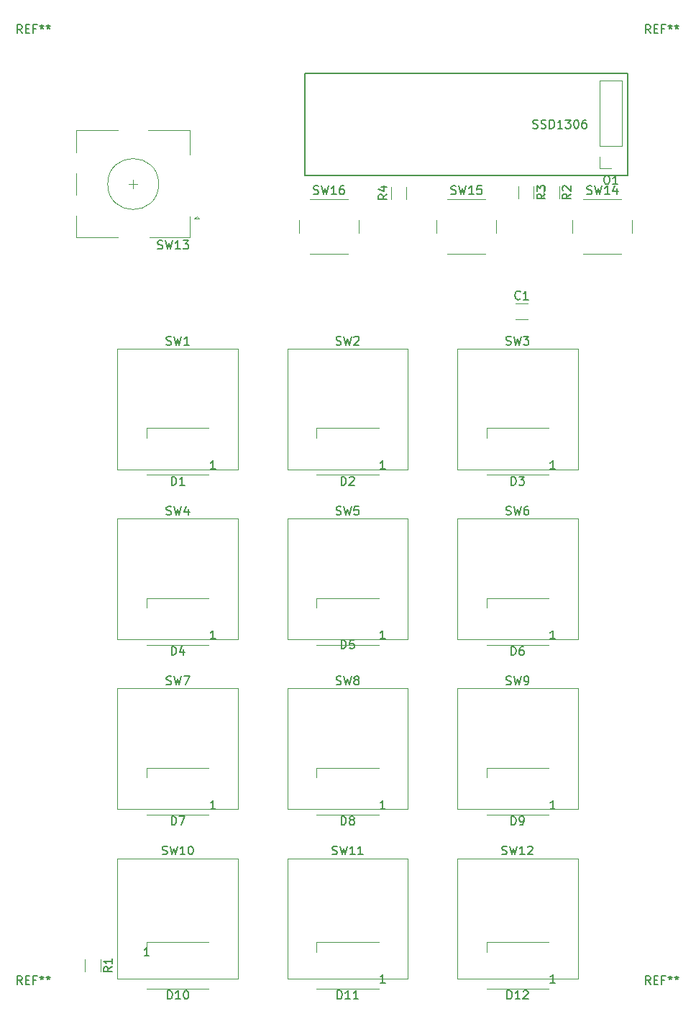
<source format=gbr>
%TF.GenerationSoftware,KiCad,Pcbnew,(6.0.1)*%
%TF.CreationDate,2023-01-12T10:24:06+01:00*%
%TF.ProjectId,MacroPad,4d616372-6f50-4616-942e-6b696361645f,rev?*%
%TF.SameCoordinates,Original*%
%TF.FileFunction,Legend,Top*%
%TF.FilePolarity,Positive*%
%FSLAX46Y46*%
G04 Gerber Fmt 4.6, Leading zero omitted, Abs format (unit mm)*
G04 Created by KiCad (PCBNEW (6.0.1)) date 2023-01-12 10:24:06*
%MOMM*%
%LPD*%
G01*
G04 APERTURE LIST*
%ADD10C,0.150000*%
%ADD11C,0.120000*%
G04 APERTURE END LIST*
D10*
X126000000Y-48000000D02*
X126000000Y-60000000D01*
X164000000Y-48000000D02*
X126000000Y-48000000D01*
X126000000Y-60000000D02*
X164000000Y-60000000D01*
X164000000Y-60000000D02*
X164000000Y-48000000D01*
%TO.C,D5*%
X130261904Y-115702380D02*
X130261904Y-114702380D01*
X130500000Y-114702380D01*
X130642857Y-114750000D01*
X130738095Y-114845238D01*
X130785714Y-114940476D01*
X130833333Y-115130952D01*
X130833333Y-115273809D01*
X130785714Y-115464285D01*
X130738095Y-115559523D01*
X130642857Y-115654761D01*
X130500000Y-115702380D01*
X130261904Y-115702380D01*
X131738095Y-114702380D02*
X131261904Y-114702380D01*
X131214285Y-115178571D01*
X131261904Y-115130952D01*
X131357142Y-115083333D01*
X131595238Y-115083333D01*
X131690476Y-115130952D01*
X131738095Y-115178571D01*
X131785714Y-115273809D01*
X131785714Y-115511904D01*
X131738095Y-115607142D01*
X131690476Y-115654761D01*
X131595238Y-115702380D01*
X131357142Y-115702380D01*
X131261904Y-115654761D01*
X131214285Y-115607142D01*
X135435714Y-114552380D02*
X134864285Y-114552380D01*
X135150000Y-114552380D02*
X135150000Y-113552380D01*
X135054761Y-113695238D01*
X134959523Y-113790476D01*
X134864285Y-113838095D01*
%TO.C,REF\u002A\u002A*%
X92666666Y-43252380D02*
X92333333Y-42776190D01*
X92095238Y-43252380D02*
X92095238Y-42252380D01*
X92476190Y-42252380D01*
X92571428Y-42300000D01*
X92619047Y-42347619D01*
X92666666Y-42442857D01*
X92666666Y-42585714D01*
X92619047Y-42680952D01*
X92571428Y-42728571D01*
X92476190Y-42776190D01*
X92095238Y-42776190D01*
X93095238Y-42728571D02*
X93428571Y-42728571D01*
X93571428Y-43252380D02*
X93095238Y-43252380D01*
X93095238Y-42252380D01*
X93571428Y-42252380D01*
X94333333Y-42728571D02*
X94000000Y-42728571D01*
X94000000Y-43252380D02*
X94000000Y-42252380D01*
X94476190Y-42252380D01*
X95000000Y-42252380D02*
X95000000Y-42490476D01*
X94761904Y-42395238D02*
X95000000Y-42490476D01*
X95238095Y-42395238D01*
X94857142Y-42680952D02*
X95000000Y-42490476D01*
X95142857Y-42680952D01*
X95761904Y-42252380D02*
X95761904Y-42490476D01*
X95523809Y-42395238D02*
X95761904Y-42490476D01*
X96000000Y-42395238D01*
X95619047Y-42680952D02*
X95761904Y-42490476D01*
X95904761Y-42680952D01*
%TO.C,D1*%
X110261904Y-96452380D02*
X110261904Y-95452380D01*
X110500000Y-95452380D01*
X110642857Y-95500000D01*
X110738095Y-95595238D01*
X110785714Y-95690476D01*
X110833333Y-95880952D01*
X110833333Y-96023809D01*
X110785714Y-96214285D01*
X110738095Y-96309523D01*
X110642857Y-96404761D01*
X110500000Y-96452380D01*
X110261904Y-96452380D01*
X111785714Y-96452380D02*
X111214285Y-96452380D01*
X111500000Y-96452380D02*
X111500000Y-95452380D01*
X111404761Y-95595238D01*
X111309523Y-95690476D01*
X111214285Y-95738095D01*
X115435714Y-94552380D02*
X114864285Y-94552380D01*
X115150000Y-94552380D02*
X115150000Y-93552380D01*
X115054761Y-93695238D01*
X114959523Y-93790476D01*
X114864285Y-93838095D01*
%TO.C,REF\u002A\u002A*%
X92666666Y-155252380D02*
X92333333Y-154776190D01*
X92095238Y-155252380D02*
X92095238Y-154252380D01*
X92476190Y-154252380D01*
X92571428Y-154300000D01*
X92619047Y-154347619D01*
X92666666Y-154442857D01*
X92666666Y-154585714D01*
X92619047Y-154680952D01*
X92571428Y-154728571D01*
X92476190Y-154776190D01*
X92095238Y-154776190D01*
X93095238Y-154728571D02*
X93428571Y-154728571D01*
X93571428Y-155252380D02*
X93095238Y-155252380D01*
X93095238Y-154252380D01*
X93571428Y-154252380D01*
X94333333Y-154728571D02*
X94000000Y-154728571D01*
X94000000Y-155252380D02*
X94000000Y-154252380D01*
X94476190Y-154252380D01*
X95000000Y-154252380D02*
X95000000Y-154490476D01*
X94761904Y-154395238D02*
X95000000Y-154490476D01*
X95238095Y-154395238D01*
X94857142Y-154680952D02*
X95000000Y-154490476D01*
X95142857Y-154680952D01*
X95761904Y-154252380D02*
X95761904Y-154490476D01*
X95523809Y-154395238D02*
X95761904Y-154490476D01*
X96000000Y-154395238D01*
X95619047Y-154680952D02*
X95761904Y-154490476D01*
X95904761Y-154680952D01*
%TO.C,R2*%
X157272380Y-62166666D02*
X156796190Y-62500000D01*
X157272380Y-62738095D02*
X156272380Y-62738095D01*
X156272380Y-62357142D01*
X156320000Y-62261904D01*
X156367619Y-62214285D01*
X156462857Y-62166666D01*
X156605714Y-62166666D01*
X156700952Y-62214285D01*
X156748571Y-62261904D01*
X156796190Y-62357142D01*
X156796190Y-62738095D01*
X156367619Y-61785714D02*
X156320000Y-61738095D01*
X156272380Y-61642857D01*
X156272380Y-61404761D01*
X156320000Y-61309523D01*
X156367619Y-61261904D01*
X156462857Y-61214285D01*
X156558095Y-61214285D01*
X156700952Y-61261904D01*
X157272380Y-61833333D01*
X157272380Y-61214285D01*
%TO.C,SW2*%
X129666666Y-79904761D02*
X129809523Y-79952380D01*
X130047619Y-79952380D01*
X130142857Y-79904761D01*
X130190476Y-79857142D01*
X130238095Y-79761904D01*
X130238095Y-79666666D01*
X130190476Y-79571428D01*
X130142857Y-79523809D01*
X130047619Y-79476190D01*
X129857142Y-79428571D01*
X129761904Y-79380952D01*
X129714285Y-79333333D01*
X129666666Y-79238095D01*
X129666666Y-79142857D01*
X129714285Y-79047619D01*
X129761904Y-79000000D01*
X129857142Y-78952380D01*
X130095238Y-78952380D01*
X130238095Y-79000000D01*
X130571428Y-78952380D02*
X130809523Y-79952380D01*
X131000000Y-79238095D01*
X131190476Y-79952380D01*
X131428571Y-78952380D01*
X131761904Y-79047619D02*
X131809523Y-79000000D01*
X131904761Y-78952380D01*
X132142857Y-78952380D01*
X132238095Y-79000000D01*
X132285714Y-79047619D01*
X132333333Y-79142857D01*
X132333333Y-79238095D01*
X132285714Y-79380952D01*
X131714285Y-79952380D01*
X132333333Y-79952380D01*
%TO.C,SW1*%
X109666666Y-79904761D02*
X109809523Y-79952380D01*
X110047619Y-79952380D01*
X110142857Y-79904761D01*
X110190476Y-79857142D01*
X110238095Y-79761904D01*
X110238095Y-79666666D01*
X110190476Y-79571428D01*
X110142857Y-79523809D01*
X110047619Y-79476190D01*
X109857142Y-79428571D01*
X109761904Y-79380952D01*
X109714285Y-79333333D01*
X109666666Y-79238095D01*
X109666666Y-79142857D01*
X109714285Y-79047619D01*
X109761904Y-79000000D01*
X109857142Y-78952380D01*
X110095238Y-78952380D01*
X110238095Y-79000000D01*
X110571428Y-78952380D02*
X110809523Y-79952380D01*
X111000000Y-79238095D01*
X111190476Y-79952380D01*
X111428571Y-78952380D01*
X112333333Y-79952380D02*
X111761904Y-79952380D01*
X112047619Y-79952380D02*
X112047619Y-78952380D01*
X111952380Y-79095238D01*
X111857142Y-79190476D01*
X111761904Y-79238095D01*
%TO.C,D6*%
X150261904Y-116452380D02*
X150261904Y-115452380D01*
X150500000Y-115452380D01*
X150642857Y-115500000D01*
X150738095Y-115595238D01*
X150785714Y-115690476D01*
X150833333Y-115880952D01*
X150833333Y-116023809D01*
X150785714Y-116214285D01*
X150738095Y-116309523D01*
X150642857Y-116404761D01*
X150500000Y-116452380D01*
X150261904Y-116452380D01*
X151690476Y-115452380D02*
X151500000Y-115452380D01*
X151404761Y-115500000D01*
X151357142Y-115547619D01*
X151261904Y-115690476D01*
X151214285Y-115880952D01*
X151214285Y-116261904D01*
X151261904Y-116357142D01*
X151309523Y-116404761D01*
X151404761Y-116452380D01*
X151595238Y-116452380D01*
X151690476Y-116404761D01*
X151738095Y-116357142D01*
X151785714Y-116261904D01*
X151785714Y-116023809D01*
X151738095Y-115928571D01*
X151690476Y-115880952D01*
X151595238Y-115833333D01*
X151404761Y-115833333D01*
X151309523Y-115880952D01*
X151261904Y-115928571D01*
X151214285Y-116023809D01*
X155435714Y-114552380D02*
X154864285Y-114552380D01*
X155150000Y-114552380D02*
X155150000Y-113552380D01*
X155054761Y-113695238D01*
X154959523Y-113790476D01*
X154864285Y-113838095D01*
%TO.C,SW8*%
X129666666Y-119904761D02*
X129809523Y-119952380D01*
X130047619Y-119952380D01*
X130142857Y-119904761D01*
X130190476Y-119857142D01*
X130238095Y-119761904D01*
X130238095Y-119666666D01*
X130190476Y-119571428D01*
X130142857Y-119523809D01*
X130047619Y-119476190D01*
X129857142Y-119428571D01*
X129761904Y-119380952D01*
X129714285Y-119333333D01*
X129666666Y-119238095D01*
X129666666Y-119142857D01*
X129714285Y-119047619D01*
X129761904Y-119000000D01*
X129857142Y-118952380D01*
X130095238Y-118952380D01*
X130238095Y-119000000D01*
X130571428Y-118952380D02*
X130809523Y-119952380D01*
X131000000Y-119238095D01*
X131190476Y-119952380D01*
X131428571Y-118952380D01*
X131952380Y-119380952D02*
X131857142Y-119333333D01*
X131809523Y-119285714D01*
X131761904Y-119190476D01*
X131761904Y-119142857D01*
X131809523Y-119047619D01*
X131857142Y-119000000D01*
X131952380Y-118952380D01*
X132142857Y-118952380D01*
X132238095Y-119000000D01*
X132285714Y-119047619D01*
X132333333Y-119142857D01*
X132333333Y-119190476D01*
X132285714Y-119285714D01*
X132238095Y-119333333D01*
X132142857Y-119380952D01*
X131952380Y-119380952D01*
X131857142Y-119428571D01*
X131809523Y-119476190D01*
X131761904Y-119571428D01*
X131761904Y-119761904D01*
X131809523Y-119857142D01*
X131857142Y-119904761D01*
X131952380Y-119952380D01*
X132142857Y-119952380D01*
X132238095Y-119904761D01*
X132285714Y-119857142D01*
X132333333Y-119761904D01*
X132333333Y-119571428D01*
X132285714Y-119476190D01*
X132238095Y-119428571D01*
X132142857Y-119380952D01*
%TO.C,C1*%
X151333333Y-74507142D02*
X151285714Y-74554761D01*
X151142857Y-74602380D01*
X151047619Y-74602380D01*
X150904761Y-74554761D01*
X150809523Y-74459523D01*
X150761904Y-74364285D01*
X150714285Y-74173809D01*
X150714285Y-74030952D01*
X150761904Y-73840476D01*
X150809523Y-73745238D01*
X150904761Y-73650000D01*
X151047619Y-73602380D01*
X151142857Y-73602380D01*
X151285714Y-73650000D01*
X151333333Y-73697619D01*
X152285714Y-74602380D02*
X151714285Y-74602380D01*
X152000000Y-74602380D02*
X152000000Y-73602380D01*
X151904761Y-73745238D01*
X151809523Y-73840476D01*
X151714285Y-73888095D01*
%TO.C,SW5*%
X129666666Y-99904761D02*
X129809523Y-99952380D01*
X130047619Y-99952380D01*
X130142857Y-99904761D01*
X130190476Y-99857142D01*
X130238095Y-99761904D01*
X130238095Y-99666666D01*
X130190476Y-99571428D01*
X130142857Y-99523809D01*
X130047619Y-99476190D01*
X129857142Y-99428571D01*
X129761904Y-99380952D01*
X129714285Y-99333333D01*
X129666666Y-99238095D01*
X129666666Y-99142857D01*
X129714285Y-99047619D01*
X129761904Y-99000000D01*
X129857142Y-98952380D01*
X130095238Y-98952380D01*
X130238095Y-99000000D01*
X130571428Y-98952380D02*
X130809523Y-99952380D01*
X131000000Y-99238095D01*
X131190476Y-99952380D01*
X131428571Y-98952380D01*
X132285714Y-98952380D02*
X131809523Y-98952380D01*
X131761904Y-99428571D01*
X131809523Y-99380952D01*
X131904761Y-99333333D01*
X132142857Y-99333333D01*
X132238095Y-99380952D01*
X132285714Y-99428571D01*
X132333333Y-99523809D01*
X132333333Y-99761904D01*
X132285714Y-99857142D01*
X132238095Y-99904761D01*
X132142857Y-99952380D01*
X131904761Y-99952380D01*
X131809523Y-99904761D01*
X131761904Y-99857142D01*
%TO.C,D12*%
X149785714Y-156952380D02*
X149785714Y-155952380D01*
X150023809Y-155952380D01*
X150166666Y-156000000D01*
X150261904Y-156095238D01*
X150309523Y-156190476D01*
X150357142Y-156380952D01*
X150357142Y-156523809D01*
X150309523Y-156714285D01*
X150261904Y-156809523D01*
X150166666Y-156904761D01*
X150023809Y-156952380D01*
X149785714Y-156952380D01*
X151309523Y-156952380D02*
X150738095Y-156952380D01*
X151023809Y-156952380D02*
X151023809Y-155952380D01*
X150928571Y-156095238D01*
X150833333Y-156190476D01*
X150738095Y-156238095D01*
X151690476Y-156047619D02*
X151738095Y-156000000D01*
X151833333Y-155952380D01*
X152071428Y-155952380D01*
X152166666Y-156000000D01*
X152214285Y-156047619D01*
X152261904Y-156142857D01*
X152261904Y-156238095D01*
X152214285Y-156380952D01*
X151642857Y-156952380D01*
X152261904Y-156952380D01*
X155435714Y-155052380D02*
X154864285Y-155052380D01*
X155150000Y-155052380D02*
X155150000Y-154052380D01*
X155054761Y-154195238D01*
X154959523Y-154290476D01*
X154864285Y-154338095D01*
%TO.C,REF\u002A\u002A*%
X166666666Y-155252380D02*
X166333333Y-154776190D01*
X166095238Y-155252380D02*
X166095238Y-154252380D01*
X166476190Y-154252380D01*
X166571428Y-154300000D01*
X166619047Y-154347619D01*
X166666666Y-154442857D01*
X166666666Y-154585714D01*
X166619047Y-154680952D01*
X166571428Y-154728571D01*
X166476190Y-154776190D01*
X166095238Y-154776190D01*
X167095238Y-154728571D02*
X167428571Y-154728571D01*
X167571428Y-155252380D02*
X167095238Y-155252380D01*
X167095238Y-154252380D01*
X167571428Y-154252380D01*
X168333333Y-154728571D02*
X168000000Y-154728571D01*
X168000000Y-155252380D02*
X168000000Y-154252380D01*
X168476190Y-154252380D01*
X169000000Y-154252380D02*
X169000000Y-154490476D01*
X168761904Y-154395238D02*
X169000000Y-154490476D01*
X169238095Y-154395238D01*
X168857142Y-154680952D02*
X169000000Y-154490476D01*
X169142857Y-154680952D01*
X169761904Y-154252380D02*
X169761904Y-154490476D01*
X169523809Y-154395238D02*
X169761904Y-154490476D01*
X170000000Y-154395238D01*
X169619047Y-154680952D02*
X169761904Y-154490476D01*
X169904761Y-154680952D01*
%TO.C,D3*%
X150261904Y-96452380D02*
X150261904Y-95452380D01*
X150500000Y-95452380D01*
X150642857Y-95500000D01*
X150738095Y-95595238D01*
X150785714Y-95690476D01*
X150833333Y-95880952D01*
X150833333Y-96023809D01*
X150785714Y-96214285D01*
X150738095Y-96309523D01*
X150642857Y-96404761D01*
X150500000Y-96452380D01*
X150261904Y-96452380D01*
X151166666Y-95452380D02*
X151785714Y-95452380D01*
X151452380Y-95833333D01*
X151595238Y-95833333D01*
X151690476Y-95880952D01*
X151738095Y-95928571D01*
X151785714Y-96023809D01*
X151785714Y-96261904D01*
X151738095Y-96357142D01*
X151690476Y-96404761D01*
X151595238Y-96452380D01*
X151309523Y-96452380D01*
X151214285Y-96404761D01*
X151166666Y-96357142D01*
X155435714Y-94552380D02*
X154864285Y-94552380D01*
X155150000Y-94552380D02*
X155150000Y-93552380D01*
X155054761Y-93695238D01*
X154959523Y-93790476D01*
X154864285Y-93838095D01*
%TO.C,D7*%
X110261904Y-136452380D02*
X110261904Y-135452380D01*
X110500000Y-135452380D01*
X110642857Y-135500000D01*
X110738095Y-135595238D01*
X110785714Y-135690476D01*
X110833333Y-135880952D01*
X110833333Y-136023809D01*
X110785714Y-136214285D01*
X110738095Y-136309523D01*
X110642857Y-136404761D01*
X110500000Y-136452380D01*
X110261904Y-136452380D01*
X111166666Y-135452380D02*
X111833333Y-135452380D01*
X111404761Y-136452380D01*
X115435714Y-134552380D02*
X114864285Y-134552380D01*
X115150000Y-134552380D02*
X115150000Y-133552380D01*
X115054761Y-133695238D01*
X114959523Y-133790476D01*
X114864285Y-133838095D01*
%TO.C,REF\u002A\u002A*%
X166666666Y-43252380D02*
X166333333Y-42776190D01*
X166095238Y-43252380D02*
X166095238Y-42252380D01*
X166476190Y-42252380D01*
X166571428Y-42300000D01*
X166619047Y-42347619D01*
X166666666Y-42442857D01*
X166666666Y-42585714D01*
X166619047Y-42680952D01*
X166571428Y-42728571D01*
X166476190Y-42776190D01*
X166095238Y-42776190D01*
X167095238Y-42728571D02*
X167428571Y-42728571D01*
X167571428Y-43252380D02*
X167095238Y-43252380D01*
X167095238Y-42252380D01*
X167571428Y-42252380D01*
X168333333Y-42728571D02*
X168000000Y-42728571D01*
X168000000Y-43252380D02*
X168000000Y-42252380D01*
X168476190Y-42252380D01*
X169000000Y-42252380D02*
X169000000Y-42490476D01*
X168761904Y-42395238D02*
X169000000Y-42490476D01*
X169238095Y-42395238D01*
X168857142Y-42680952D02*
X169000000Y-42490476D01*
X169142857Y-42680952D01*
X169761904Y-42252380D02*
X169761904Y-42490476D01*
X169523809Y-42395238D02*
X169761904Y-42490476D01*
X170000000Y-42395238D01*
X169619047Y-42680952D02*
X169761904Y-42490476D01*
X169904761Y-42680952D01*
%TO.C,D2*%
X130261904Y-96452380D02*
X130261904Y-95452380D01*
X130500000Y-95452380D01*
X130642857Y-95500000D01*
X130738095Y-95595238D01*
X130785714Y-95690476D01*
X130833333Y-95880952D01*
X130833333Y-96023809D01*
X130785714Y-96214285D01*
X130738095Y-96309523D01*
X130642857Y-96404761D01*
X130500000Y-96452380D01*
X130261904Y-96452380D01*
X131214285Y-95547619D02*
X131261904Y-95500000D01*
X131357142Y-95452380D01*
X131595238Y-95452380D01*
X131690476Y-95500000D01*
X131738095Y-95547619D01*
X131785714Y-95642857D01*
X131785714Y-95738095D01*
X131738095Y-95880952D01*
X131166666Y-96452380D01*
X131785714Y-96452380D01*
X135435714Y-94552380D02*
X134864285Y-94552380D01*
X135150000Y-94552380D02*
X135150000Y-93552380D01*
X135054761Y-93695238D01*
X134959523Y-93790476D01*
X134864285Y-93838095D01*
%TO.C,SW11*%
X129190476Y-139904761D02*
X129333333Y-139952380D01*
X129571428Y-139952380D01*
X129666666Y-139904761D01*
X129714285Y-139857142D01*
X129761904Y-139761904D01*
X129761904Y-139666666D01*
X129714285Y-139571428D01*
X129666666Y-139523809D01*
X129571428Y-139476190D01*
X129380952Y-139428571D01*
X129285714Y-139380952D01*
X129238095Y-139333333D01*
X129190476Y-139238095D01*
X129190476Y-139142857D01*
X129238095Y-139047619D01*
X129285714Y-139000000D01*
X129380952Y-138952380D01*
X129619047Y-138952380D01*
X129761904Y-139000000D01*
X130095238Y-138952380D02*
X130333333Y-139952380D01*
X130523809Y-139238095D01*
X130714285Y-139952380D01*
X130952380Y-138952380D01*
X131857142Y-139952380D02*
X131285714Y-139952380D01*
X131571428Y-139952380D02*
X131571428Y-138952380D01*
X131476190Y-139095238D01*
X131380952Y-139190476D01*
X131285714Y-139238095D01*
X132809523Y-139952380D02*
X132238095Y-139952380D01*
X132523809Y-139952380D02*
X132523809Y-138952380D01*
X132428571Y-139095238D01*
X132333333Y-139190476D01*
X132238095Y-139238095D01*
%TO.C,SW14*%
X159190476Y-62154761D02*
X159333333Y-62202380D01*
X159571428Y-62202380D01*
X159666666Y-62154761D01*
X159714285Y-62107142D01*
X159761904Y-62011904D01*
X159761904Y-61916666D01*
X159714285Y-61821428D01*
X159666666Y-61773809D01*
X159571428Y-61726190D01*
X159380952Y-61678571D01*
X159285714Y-61630952D01*
X159238095Y-61583333D01*
X159190476Y-61488095D01*
X159190476Y-61392857D01*
X159238095Y-61297619D01*
X159285714Y-61250000D01*
X159380952Y-61202380D01*
X159619047Y-61202380D01*
X159761904Y-61250000D01*
X160095238Y-61202380D02*
X160333333Y-62202380D01*
X160523809Y-61488095D01*
X160714285Y-62202380D01*
X160952380Y-61202380D01*
X161857142Y-62202380D02*
X161285714Y-62202380D01*
X161571428Y-62202380D02*
X161571428Y-61202380D01*
X161476190Y-61345238D01*
X161380952Y-61440476D01*
X161285714Y-61488095D01*
X162714285Y-61535714D02*
X162714285Y-62202380D01*
X162476190Y-61154761D02*
X162238095Y-61869047D01*
X162857142Y-61869047D01*
%TO.C,D8*%
X130261904Y-136452380D02*
X130261904Y-135452380D01*
X130500000Y-135452380D01*
X130642857Y-135500000D01*
X130738095Y-135595238D01*
X130785714Y-135690476D01*
X130833333Y-135880952D01*
X130833333Y-136023809D01*
X130785714Y-136214285D01*
X130738095Y-136309523D01*
X130642857Y-136404761D01*
X130500000Y-136452380D01*
X130261904Y-136452380D01*
X131404761Y-135880952D02*
X131309523Y-135833333D01*
X131261904Y-135785714D01*
X131214285Y-135690476D01*
X131214285Y-135642857D01*
X131261904Y-135547619D01*
X131309523Y-135500000D01*
X131404761Y-135452380D01*
X131595238Y-135452380D01*
X131690476Y-135500000D01*
X131738095Y-135547619D01*
X131785714Y-135642857D01*
X131785714Y-135690476D01*
X131738095Y-135785714D01*
X131690476Y-135833333D01*
X131595238Y-135880952D01*
X131404761Y-135880952D01*
X131309523Y-135928571D01*
X131261904Y-135976190D01*
X131214285Y-136071428D01*
X131214285Y-136261904D01*
X131261904Y-136357142D01*
X131309523Y-136404761D01*
X131404761Y-136452380D01*
X131595238Y-136452380D01*
X131690476Y-136404761D01*
X131738095Y-136357142D01*
X131785714Y-136261904D01*
X131785714Y-136071428D01*
X131738095Y-135976190D01*
X131690476Y-135928571D01*
X131595238Y-135880952D01*
X135435714Y-134552380D02*
X134864285Y-134552380D01*
X135150000Y-134552380D02*
X135150000Y-133552380D01*
X135054761Y-133695238D01*
X134959523Y-133790476D01*
X134864285Y-133838095D01*
%TO.C,SW16*%
X126990476Y-62154761D02*
X127133333Y-62202380D01*
X127371428Y-62202380D01*
X127466666Y-62154761D01*
X127514285Y-62107142D01*
X127561904Y-62011904D01*
X127561904Y-61916666D01*
X127514285Y-61821428D01*
X127466666Y-61773809D01*
X127371428Y-61726190D01*
X127180952Y-61678571D01*
X127085714Y-61630952D01*
X127038095Y-61583333D01*
X126990476Y-61488095D01*
X126990476Y-61392857D01*
X127038095Y-61297619D01*
X127085714Y-61250000D01*
X127180952Y-61202380D01*
X127419047Y-61202380D01*
X127561904Y-61250000D01*
X127895238Y-61202380D02*
X128133333Y-62202380D01*
X128323809Y-61488095D01*
X128514285Y-62202380D01*
X128752380Y-61202380D01*
X129657142Y-62202380D02*
X129085714Y-62202380D01*
X129371428Y-62202380D02*
X129371428Y-61202380D01*
X129276190Y-61345238D01*
X129180952Y-61440476D01*
X129085714Y-61488095D01*
X130514285Y-61202380D02*
X130323809Y-61202380D01*
X130228571Y-61250000D01*
X130180952Y-61297619D01*
X130085714Y-61440476D01*
X130038095Y-61630952D01*
X130038095Y-62011904D01*
X130085714Y-62107142D01*
X130133333Y-62154761D01*
X130228571Y-62202380D01*
X130419047Y-62202380D01*
X130514285Y-62154761D01*
X130561904Y-62107142D01*
X130609523Y-62011904D01*
X130609523Y-61773809D01*
X130561904Y-61678571D01*
X130514285Y-61630952D01*
X130419047Y-61583333D01*
X130228571Y-61583333D01*
X130133333Y-61630952D01*
X130085714Y-61678571D01*
X130038095Y-61773809D01*
%TO.C,R4*%
X135632380Y-62216666D02*
X135156190Y-62550000D01*
X135632380Y-62788095D02*
X134632380Y-62788095D01*
X134632380Y-62407142D01*
X134680000Y-62311904D01*
X134727619Y-62264285D01*
X134822857Y-62216666D01*
X134965714Y-62216666D01*
X135060952Y-62264285D01*
X135108571Y-62311904D01*
X135156190Y-62407142D01*
X135156190Y-62788095D01*
X134965714Y-61359523D02*
X135632380Y-61359523D01*
X134584761Y-61597619D02*
X135299047Y-61835714D01*
X135299047Y-61216666D01*
%TO.C,SW13*%
X108640476Y-68604761D02*
X108783333Y-68652380D01*
X109021428Y-68652380D01*
X109116666Y-68604761D01*
X109164285Y-68557142D01*
X109211904Y-68461904D01*
X109211904Y-68366666D01*
X109164285Y-68271428D01*
X109116666Y-68223809D01*
X109021428Y-68176190D01*
X108830952Y-68128571D01*
X108735714Y-68080952D01*
X108688095Y-68033333D01*
X108640476Y-67938095D01*
X108640476Y-67842857D01*
X108688095Y-67747619D01*
X108735714Y-67700000D01*
X108830952Y-67652380D01*
X109069047Y-67652380D01*
X109211904Y-67700000D01*
X109545238Y-67652380D02*
X109783333Y-68652380D01*
X109973809Y-67938095D01*
X110164285Y-68652380D01*
X110402380Y-67652380D01*
X111307142Y-68652380D02*
X110735714Y-68652380D01*
X111021428Y-68652380D02*
X111021428Y-67652380D01*
X110926190Y-67795238D01*
X110830952Y-67890476D01*
X110735714Y-67938095D01*
X111640476Y-67652380D02*
X112259523Y-67652380D01*
X111926190Y-68033333D01*
X112069047Y-68033333D01*
X112164285Y-68080952D01*
X112211904Y-68128571D01*
X112259523Y-68223809D01*
X112259523Y-68461904D01*
X112211904Y-68557142D01*
X112164285Y-68604761D01*
X112069047Y-68652380D01*
X111783333Y-68652380D01*
X111688095Y-68604761D01*
X111640476Y-68557142D01*
%TO.C,D4*%
X110261904Y-116452380D02*
X110261904Y-115452380D01*
X110500000Y-115452380D01*
X110642857Y-115500000D01*
X110738095Y-115595238D01*
X110785714Y-115690476D01*
X110833333Y-115880952D01*
X110833333Y-116023809D01*
X110785714Y-116214285D01*
X110738095Y-116309523D01*
X110642857Y-116404761D01*
X110500000Y-116452380D01*
X110261904Y-116452380D01*
X111690476Y-115785714D02*
X111690476Y-116452380D01*
X111452380Y-115404761D02*
X111214285Y-116119047D01*
X111833333Y-116119047D01*
X115435714Y-114552380D02*
X114864285Y-114552380D01*
X115150000Y-114552380D02*
X115150000Y-113552380D01*
X115054761Y-113695238D01*
X114959523Y-113790476D01*
X114864285Y-113838095D01*
%TO.C,D11*%
X129785714Y-156952380D02*
X129785714Y-155952380D01*
X130023809Y-155952380D01*
X130166666Y-156000000D01*
X130261904Y-156095238D01*
X130309523Y-156190476D01*
X130357142Y-156380952D01*
X130357142Y-156523809D01*
X130309523Y-156714285D01*
X130261904Y-156809523D01*
X130166666Y-156904761D01*
X130023809Y-156952380D01*
X129785714Y-156952380D01*
X131309523Y-156952380D02*
X130738095Y-156952380D01*
X131023809Y-156952380D02*
X131023809Y-155952380D01*
X130928571Y-156095238D01*
X130833333Y-156190476D01*
X130738095Y-156238095D01*
X132261904Y-156952380D02*
X131690476Y-156952380D01*
X131976190Y-156952380D02*
X131976190Y-155952380D01*
X131880952Y-156095238D01*
X131785714Y-156190476D01*
X131690476Y-156238095D01*
X135435714Y-155052380D02*
X134864285Y-155052380D01*
X135150000Y-155052380D02*
X135150000Y-154052380D01*
X135054761Y-154195238D01*
X134959523Y-154290476D01*
X134864285Y-154338095D01*
%TO.C,SW9*%
X149666666Y-119904761D02*
X149809523Y-119952380D01*
X150047619Y-119952380D01*
X150142857Y-119904761D01*
X150190476Y-119857142D01*
X150238095Y-119761904D01*
X150238095Y-119666666D01*
X150190476Y-119571428D01*
X150142857Y-119523809D01*
X150047619Y-119476190D01*
X149857142Y-119428571D01*
X149761904Y-119380952D01*
X149714285Y-119333333D01*
X149666666Y-119238095D01*
X149666666Y-119142857D01*
X149714285Y-119047619D01*
X149761904Y-119000000D01*
X149857142Y-118952380D01*
X150095238Y-118952380D01*
X150238095Y-119000000D01*
X150571428Y-118952380D02*
X150809523Y-119952380D01*
X151000000Y-119238095D01*
X151190476Y-119952380D01*
X151428571Y-118952380D01*
X151857142Y-119952380D02*
X152047619Y-119952380D01*
X152142857Y-119904761D01*
X152190476Y-119857142D01*
X152285714Y-119714285D01*
X152333333Y-119523809D01*
X152333333Y-119142857D01*
X152285714Y-119047619D01*
X152238095Y-119000000D01*
X152142857Y-118952380D01*
X151952380Y-118952380D01*
X151857142Y-119000000D01*
X151809523Y-119047619D01*
X151761904Y-119142857D01*
X151761904Y-119380952D01*
X151809523Y-119476190D01*
X151857142Y-119523809D01*
X151952380Y-119571428D01*
X152142857Y-119571428D01*
X152238095Y-119523809D01*
X152285714Y-119476190D01*
X152333333Y-119380952D01*
%TO.C,D9*%
X150261904Y-136452380D02*
X150261904Y-135452380D01*
X150500000Y-135452380D01*
X150642857Y-135500000D01*
X150738095Y-135595238D01*
X150785714Y-135690476D01*
X150833333Y-135880952D01*
X150833333Y-136023809D01*
X150785714Y-136214285D01*
X150738095Y-136309523D01*
X150642857Y-136404761D01*
X150500000Y-136452380D01*
X150261904Y-136452380D01*
X151309523Y-136452380D02*
X151500000Y-136452380D01*
X151595238Y-136404761D01*
X151642857Y-136357142D01*
X151738095Y-136214285D01*
X151785714Y-136023809D01*
X151785714Y-135642857D01*
X151738095Y-135547619D01*
X151690476Y-135500000D01*
X151595238Y-135452380D01*
X151404761Y-135452380D01*
X151309523Y-135500000D01*
X151261904Y-135547619D01*
X151214285Y-135642857D01*
X151214285Y-135880952D01*
X151261904Y-135976190D01*
X151309523Y-136023809D01*
X151404761Y-136071428D01*
X151595238Y-136071428D01*
X151690476Y-136023809D01*
X151738095Y-135976190D01*
X151785714Y-135880952D01*
X155435714Y-134552380D02*
X154864285Y-134552380D01*
X155150000Y-134552380D02*
X155150000Y-133552380D01*
X155054761Y-133695238D01*
X154959523Y-133790476D01*
X154864285Y-133838095D01*
%TO.C,R1*%
X103272380Y-153166666D02*
X102796190Y-153500000D01*
X103272380Y-153738095D02*
X102272380Y-153738095D01*
X102272380Y-153357142D01*
X102320000Y-153261904D01*
X102367619Y-153214285D01*
X102462857Y-153166666D01*
X102605714Y-153166666D01*
X102700952Y-153214285D01*
X102748571Y-153261904D01*
X102796190Y-153357142D01*
X102796190Y-153738095D01*
X103272380Y-152214285D02*
X103272380Y-152785714D01*
X103272380Y-152500000D02*
X102272380Y-152500000D01*
X102415238Y-152595238D01*
X102510476Y-152690476D01*
X102558095Y-152785714D01*
%TO.C,O1*%
X161428571Y-60022380D02*
X161619047Y-60022380D01*
X161714285Y-60070000D01*
X161809523Y-60165238D01*
X161857142Y-60355714D01*
X161857142Y-60689047D01*
X161809523Y-60879523D01*
X161714285Y-60974761D01*
X161619047Y-61022380D01*
X161428571Y-61022380D01*
X161333333Y-60974761D01*
X161238095Y-60879523D01*
X161190476Y-60689047D01*
X161190476Y-60355714D01*
X161238095Y-60165238D01*
X161333333Y-60070000D01*
X161428571Y-60022380D01*
X162809523Y-61022380D02*
X162238095Y-61022380D01*
X162523809Y-61022380D02*
X162523809Y-60022380D01*
X162428571Y-60165238D01*
X162333333Y-60260476D01*
X162238095Y-60308095D01*
X152833333Y-54404761D02*
X152976190Y-54452380D01*
X153214285Y-54452380D01*
X153309523Y-54404761D01*
X153357142Y-54357142D01*
X153404761Y-54261904D01*
X153404761Y-54166666D01*
X153357142Y-54071428D01*
X153309523Y-54023809D01*
X153214285Y-53976190D01*
X153023809Y-53928571D01*
X152928571Y-53880952D01*
X152880952Y-53833333D01*
X152833333Y-53738095D01*
X152833333Y-53642857D01*
X152880952Y-53547619D01*
X152928571Y-53500000D01*
X153023809Y-53452380D01*
X153261904Y-53452380D01*
X153404761Y-53500000D01*
X153785714Y-54404761D02*
X153928571Y-54452380D01*
X154166666Y-54452380D01*
X154261904Y-54404761D01*
X154309523Y-54357142D01*
X154357142Y-54261904D01*
X154357142Y-54166666D01*
X154309523Y-54071428D01*
X154261904Y-54023809D01*
X154166666Y-53976190D01*
X153976190Y-53928571D01*
X153880952Y-53880952D01*
X153833333Y-53833333D01*
X153785714Y-53738095D01*
X153785714Y-53642857D01*
X153833333Y-53547619D01*
X153880952Y-53500000D01*
X153976190Y-53452380D01*
X154214285Y-53452380D01*
X154357142Y-53500000D01*
X154785714Y-54452380D02*
X154785714Y-53452380D01*
X155023809Y-53452380D01*
X155166666Y-53500000D01*
X155261904Y-53595238D01*
X155309523Y-53690476D01*
X155357142Y-53880952D01*
X155357142Y-54023809D01*
X155309523Y-54214285D01*
X155261904Y-54309523D01*
X155166666Y-54404761D01*
X155023809Y-54452380D01*
X154785714Y-54452380D01*
X156309523Y-54452380D02*
X155738095Y-54452380D01*
X156023809Y-54452380D02*
X156023809Y-53452380D01*
X155928571Y-53595238D01*
X155833333Y-53690476D01*
X155738095Y-53738095D01*
X156642857Y-53452380D02*
X157261904Y-53452380D01*
X156928571Y-53833333D01*
X157071428Y-53833333D01*
X157166666Y-53880952D01*
X157214285Y-53928571D01*
X157261904Y-54023809D01*
X157261904Y-54261904D01*
X157214285Y-54357142D01*
X157166666Y-54404761D01*
X157071428Y-54452380D01*
X156785714Y-54452380D01*
X156690476Y-54404761D01*
X156642857Y-54357142D01*
X157880952Y-53452380D02*
X157976190Y-53452380D01*
X158071428Y-53500000D01*
X158119047Y-53547619D01*
X158166666Y-53642857D01*
X158214285Y-53833333D01*
X158214285Y-54071428D01*
X158166666Y-54261904D01*
X158119047Y-54357142D01*
X158071428Y-54404761D01*
X157976190Y-54452380D01*
X157880952Y-54452380D01*
X157785714Y-54404761D01*
X157738095Y-54357142D01*
X157690476Y-54261904D01*
X157642857Y-54071428D01*
X157642857Y-53833333D01*
X157690476Y-53642857D01*
X157738095Y-53547619D01*
X157785714Y-53500000D01*
X157880952Y-53452380D01*
X159071428Y-53452380D02*
X158880952Y-53452380D01*
X158785714Y-53500000D01*
X158738095Y-53547619D01*
X158642857Y-53690476D01*
X158595238Y-53880952D01*
X158595238Y-54261904D01*
X158642857Y-54357142D01*
X158690476Y-54404761D01*
X158785714Y-54452380D01*
X158976190Y-54452380D01*
X159071428Y-54404761D01*
X159119047Y-54357142D01*
X159166666Y-54261904D01*
X159166666Y-54023809D01*
X159119047Y-53928571D01*
X159071428Y-53880952D01*
X158976190Y-53833333D01*
X158785714Y-53833333D01*
X158690476Y-53880952D01*
X158642857Y-53928571D01*
X158595238Y-54023809D01*
%TO.C,SW12*%
X149190476Y-139904761D02*
X149333333Y-139952380D01*
X149571428Y-139952380D01*
X149666666Y-139904761D01*
X149714285Y-139857142D01*
X149761904Y-139761904D01*
X149761904Y-139666666D01*
X149714285Y-139571428D01*
X149666666Y-139523809D01*
X149571428Y-139476190D01*
X149380952Y-139428571D01*
X149285714Y-139380952D01*
X149238095Y-139333333D01*
X149190476Y-139238095D01*
X149190476Y-139142857D01*
X149238095Y-139047619D01*
X149285714Y-139000000D01*
X149380952Y-138952380D01*
X149619047Y-138952380D01*
X149761904Y-139000000D01*
X150095238Y-138952380D02*
X150333333Y-139952380D01*
X150523809Y-139238095D01*
X150714285Y-139952380D01*
X150952380Y-138952380D01*
X151857142Y-139952380D02*
X151285714Y-139952380D01*
X151571428Y-139952380D02*
X151571428Y-138952380D01*
X151476190Y-139095238D01*
X151380952Y-139190476D01*
X151285714Y-139238095D01*
X152238095Y-139047619D02*
X152285714Y-139000000D01*
X152380952Y-138952380D01*
X152619047Y-138952380D01*
X152714285Y-139000000D01*
X152761904Y-139047619D01*
X152809523Y-139142857D01*
X152809523Y-139238095D01*
X152761904Y-139380952D01*
X152190476Y-139952380D01*
X152809523Y-139952380D01*
%TO.C,SW7*%
X109666666Y-119904761D02*
X109809523Y-119952380D01*
X110047619Y-119952380D01*
X110142857Y-119904761D01*
X110190476Y-119857142D01*
X110238095Y-119761904D01*
X110238095Y-119666666D01*
X110190476Y-119571428D01*
X110142857Y-119523809D01*
X110047619Y-119476190D01*
X109857142Y-119428571D01*
X109761904Y-119380952D01*
X109714285Y-119333333D01*
X109666666Y-119238095D01*
X109666666Y-119142857D01*
X109714285Y-119047619D01*
X109761904Y-119000000D01*
X109857142Y-118952380D01*
X110095238Y-118952380D01*
X110238095Y-119000000D01*
X110571428Y-118952380D02*
X110809523Y-119952380D01*
X111000000Y-119238095D01*
X111190476Y-119952380D01*
X111428571Y-118952380D01*
X111714285Y-118952380D02*
X112380952Y-118952380D01*
X111952380Y-119952380D01*
%TO.C,SW6*%
X149666666Y-99904761D02*
X149809523Y-99952380D01*
X150047619Y-99952380D01*
X150142857Y-99904761D01*
X150190476Y-99857142D01*
X150238095Y-99761904D01*
X150238095Y-99666666D01*
X150190476Y-99571428D01*
X150142857Y-99523809D01*
X150047619Y-99476190D01*
X149857142Y-99428571D01*
X149761904Y-99380952D01*
X149714285Y-99333333D01*
X149666666Y-99238095D01*
X149666666Y-99142857D01*
X149714285Y-99047619D01*
X149761904Y-99000000D01*
X149857142Y-98952380D01*
X150095238Y-98952380D01*
X150238095Y-99000000D01*
X150571428Y-98952380D02*
X150809523Y-99952380D01*
X151000000Y-99238095D01*
X151190476Y-99952380D01*
X151428571Y-98952380D01*
X152238095Y-98952380D02*
X152047619Y-98952380D01*
X151952380Y-99000000D01*
X151904761Y-99047619D01*
X151809523Y-99190476D01*
X151761904Y-99380952D01*
X151761904Y-99761904D01*
X151809523Y-99857142D01*
X151857142Y-99904761D01*
X151952380Y-99952380D01*
X152142857Y-99952380D01*
X152238095Y-99904761D01*
X152285714Y-99857142D01*
X152333333Y-99761904D01*
X152333333Y-99523809D01*
X152285714Y-99428571D01*
X152238095Y-99380952D01*
X152142857Y-99333333D01*
X151952380Y-99333333D01*
X151857142Y-99380952D01*
X151809523Y-99428571D01*
X151761904Y-99523809D01*
%TO.C,SW3*%
X149666666Y-79904761D02*
X149809523Y-79952380D01*
X150047619Y-79952380D01*
X150142857Y-79904761D01*
X150190476Y-79857142D01*
X150238095Y-79761904D01*
X150238095Y-79666666D01*
X150190476Y-79571428D01*
X150142857Y-79523809D01*
X150047619Y-79476190D01*
X149857142Y-79428571D01*
X149761904Y-79380952D01*
X149714285Y-79333333D01*
X149666666Y-79238095D01*
X149666666Y-79142857D01*
X149714285Y-79047619D01*
X149761904Y-79000000D01*
X149857142Y-78952380D01*
X150095238Y-78952380D01*
X150238095Y-79000000D01*
X150571428Y-78952380D02*
X150809523Y-79952380D01*
X151000000Y-79238095D01*
X151190476Y-79952380D01*
X151428571Y-78952380D01*
X151714285Y-78952380D02*
X152333333Y-78952380D01*
X152000000Y-79333333D01*
X152142857Y-79333333D01*
X152238095Y-79380952D01*
X152285714Y-79428571D01*
X152333333Y-79523809D01*
X152333333Y-79761904D01*
X152285714Y-79857142D01*
X152238095Y-79904761D01*
X152142857Y-79952380D01*
X151857142Y-79952380D01*
X151761904Y-79904761D01*
X151714285Y-79857142D01*
%TO.C,SW10*%
X109190476Y-139904761D02*
X109333333Y-139952380D01*
X109571428Y-139952380D01*
X109666666Y-139904761D01*
X109714285Y-139857142D01*
X109761904Y-139761904D01*
X109761904Y-139666666D01*
X109714285Y-139571428D01*
X109666666Y-139523809D01*
X109571428Y-139476190D01*
X109380952Y-139428571D01*
X109285714Y-139380952D01*
X109238095Y-139333333D01*
X109190476Y-139238095D01*
X109190476Y-139142857D01*
X109238095Y-139047619D01*
X109285714Y-139000000D01*
X109380952Y-138952380D01*
X109619047Y-138952380D01*
X109761904Y-139000000D01*
X110095238Y-138952380D02*
X110333333Y-139952380D01*
X110523809Y-139238095D01*
X110714285Y-139952380D01*
X110952380Y-138952380D01*
X111857142Y-139952380D02*
X111285714Y-139952380D01*
X111571428Y-139952380D02*
X111571428Y-138952380D01*
X111476190Y-139095238D01*
X111380952Y-139190476D01*
X111285714Y-139238095D01*
X112476190Y-138952380D02*
X112571428Y-138952380D01*
X112666666Y-139000000D01*
X112714285Y-139047619D01*
X112761904Y-139142857D01*
X112809523Y-139333333D01*
X112809523Y-139571428D01*
X112761904Y-139761904D01*
X112714285Y-139857142D01*
X112666666Y-139904761D01*
X112571428Y-139952380D01*
X112476190Y-139952380D01*
X112380952Y-139904761D01*
X112333333Y-139857142D01*
X112285714Y-139761904D01*
X112238095Y-139571428D01*
X112238095Y-139333333D01*
X112285714Y-139142857D01*
X112333333Y-139047619D01*
X112380952Y-139000000D01*
X112476190Y-138952380D01*
%TO.C,R3*%
X154272380Y-62166666D02*
X153796190Y-62500000D01*
X154272380Y-62738095D02*
X153272380Y-62738095D01*
X153272380Y-62357142D01*
X153320000Y-62261904D01*
X153367619Y-62214285D01*
X153462857Y-62166666D01*
X153605714Y-62166666D01*
X153700952Y-62214285D01*
X153748571Y-62261904D01*
X153796190Y-62357142D01*
X153796190Y-62738095D01*
X153272380Y-61833333D02*
X153272380Y-61214285D01*
X153653333Y-61547619D01*
X153653333Y-61404761D01*
X153700952Y-61309523D01*
X153748571Y-61261904D01*
X153843809Y-61214285D01*
X154081904Y-61214285D01*
X154177142Y-61261904D01*
X154224761Y-61309523D01*
X154272380Y-61404761D01*
X154272380Y-61690476D01*
X154224761Y-61785714D01*
X154177142Y-61833333D01*
%TO.C,D10*%
X109785714Y-156952380D02*
X109785714Y-155952380D01*
X110023809Y-155952380D01*
X110166666Y-156000000D01*
X110261904Y-156095238D01*
X110309523Y-156190476D01*
X110357142Y-156380952D01*
X110357142Y-156523809D01*
X110309523Y-156714285D01*
X110261904Y-156809523D01*
X110166666Y-156904761D01*
X110023809Y-156952380D01*
X109785714Y-156952380D01*
X111309523Y-156952380D02*
X110738095Y-156952380D01*
X111023809Y-156952380D02*
X111023809Y-155952380D01*
X110928571Y-156095238D01*
X110833333Y-156190476D01*
X110738095Y-156238095D01*
X111928571Y-155952380D02*
X112023809Y-155952380D01*
X112119047Y-156000000D01*
X112166666Y-156047619D01*
X112214285Y-156142857D01*
X112261904Y-156333333D01*
X112261904Y-156571428D01*
X112214285Y-156761904D01*
X112166666Y-156857142D01*
X112119047Y-156904761D01*
X112023809Y-156952380D01*
X111928571Y-156952380D01*
X111833333Y-156904761D01*
X111785714Y-156857142D01*
X111738095Y-156761904D01*
X111690476Y-156571428D01*
X111690476Y-156333333D01*
X111738095Y-156142857D01*
X111785714Y-156047619D01*
X111833333Y-156000000D01*
X111928571Y-155952380D01*
X107635714Y-151852380D02*
X107064285Y-151852380D01*
X107350000Y-151852380D02*
X107350000Y-150852380D01*
X107254761Y-150995238D01*
X107159523Y-151090476D01*
X107064285Y-151138095D01*
%TO.C,SW15*%
X143190476Y-62154761D02*
X143333333Y-62202380D01*
X143571428Y-62202380D01*
X143666666Y-62154761D01*
X143714285Y-62107142D01*
X143761904Y-62011904D01*
X143761904Y-61916666D01*
X143714285Y-61821428D01*
X143666666Y-61773809D01*
X143571428Y-61726190D01*
X143380952Y-61678571D01*
X143285714Y-61630952D01*
X143238095Y-61583333D01*
X143190476Y-61488095D01*
X143190476Y-61392857D01*
X143238095Y-61297619D01*
X143285714Y-61250000D01*
X143380952Y-61202380D01*
X143619047Y-61202380D01*
X143761904Y-61250000D01*
X144095238Y-61202380D02*
X144333333Y-62202380D01*
X144523809Y-61488095D01*
X144714285Y-62202380D01*
X144952380Y-61202380D01*
X145857142Y-62202380D02*
X145285714Y-62202380D01*
X145571428Y-62202380D02*
X145571428Y-61202380D01*
X145476190Y-61345238D01*
X145380952Y-61440476D01*
X145285714Y-61488095D01*
X146761904Y-61202380D02*
X146285714Y-61202380D01*
X146238095Y-61678571D01*
X146285714Y-61630952D01*
X146380952Y-61583333D01*
X146619047Y-61583333D01*
X146714285Y-61630952D01*
X146761904Y-61678571D01*
X146809523Y-61773809D01*
X146809523Y-62011904D01*
X146761904Y-62107142D01*
X146714285Y-62154761D01*
X146619047Y-62202380D01*
X146380952Y-62202380D01*
X146285714Y-62154761D01*
X146238095Y-62107142D01*
%TO.C,SW4*%
X109666666Y-99904761D02*
X109809523Y-99952380D01*
X110047619Y-99952380D01*
X110142857Y-99904761D01*
X110190476Y-99857142D01*
X110238095Y-99761904D01*
X110238095Y-99666666D01*
X110190476Y-99571428D01*
X110142857Y-99523809D01*
X110047619Y-99476190D01*
X109857142Y-99428571D01*
X109761904Y-99380952D01*
X109714285Y-99333333D01*
X109666666Y-99238095D01*
X109666666Y-99142857D01*
X109714285Y-99047619D01*
X109761904Y-99000000D01*
X109857142Y-98952380D01*
X110095238Y-98952380D01*
X110238095Y-99000000D01*
X110571428Y-98952380D02*
X110809523Y-99952380D01*
X111000000Y-99238095D01*
X111190476Y-99952380D01*
X111428571Y-98952380D01*
X112238095Y-99285714D02*
X112238095Y-99952380D01*
X112000000Y-98904761D02*
X111761904Y-99619047D01*
X112380952Y-99619047D01*
D11*
%TO.C,D5*%
X134650000Y-109750000D02*
X127350000Y-109750000D01*
X127350000Y-109750000D02*
X127350000Y-110900000D01*
X134650000Y-115250000D02*
X127350000Y-115250000D01*
%TO.C,D1*%
X114650000Y-95250000D02*
X107350000Y-95250000D01*
X107350000Y-89750000D02*
X107350000Y-90900000D01*
X114650000Y-89750000D02*
X107350000Y-89750000D01*
%TO.C,R2*%
X154090000Y-61272936D02*
X154090000Y-62727064D01*
X155910000Y-61272936D02*
X155910000Y-62727064D01*
%TO.C,SW2*%
X138100000Y-80400000D02*
X123900000Y-80400000D01*
X123900000Y-80400000D02*
X123900000Y-94600000D01*
X123900000Y-94600000D02*
X138100000Y-94600000D01*
X138100000Y-94600000D02*
X138100000Y-80400000D01*
%TO.C,SW1*%
X118100000Y-80400000D02*
X103900000Y-80400000D01*
X103900000Y-80400000D02*
X103900000Y-94600000D01*
X103900000Y-94600000D02*
X118100000Y-94600000D01*
X118100000Y-94600000D02*
X118100000Y-80400000D01*
%TO.C,D6*%
X154650000Y-115250000D02*
X147350000Y-115250000D01*
X154650000Y-109750000D02*
X147350000Y-109750000D01*
X147350000Y-109750000D02*
X147350000Y-110900000D01*
%TO.C,SW8*%
X123900000Y-134600000D02*
X138100000Y-134600000D01*
X123900000Y-120400000D02*
X123900000Y-134600000D01*
X138100000Y-134600000D02*
X138100000Y-120400000D01*
X138100000Y-120400000D02*
X123900000Y-120400000D01*
%TO.C,C1*%
X150788748Y-75090000D02*
X152211252Y-75090000D01*
X150788748Y-76910000D02*
X152211252Y-76910000D01*
%TO.C,SW5*%
X123900000Y-114600000D02*
X138100000Y-114600000D01*
X138100000Y-100400000D02*
X123900000Y-100400000D01*
X123900000Y-100400000D02*
X123900000Y-114600000D01*
X138100000Y-114600000D02*
X138100000Y-100400000D01*
%TO.C,D12*%
X154650000Y-155750000D02*
X147350000Y-155750000D01*
X154650000Y-150250000D02*
X147350000Y-150250000D01*
X147350000Y-150250000D02*
X147350000Y-151400000D01*
%TO.C,D3*%
X154650000Y-89750000D02*
X147350000Y-89750000D01*
X147350000Y-89750000D02*
X147350000Y-90900000D01*
X154650000Y-95250000D02*
X147350000Y-95250000D01*
%TO.C,D7*%
X114650000Y-129750000D02*
X107350000Y-129750000D01*
X107350000Y-129750000D02*
X107350000Y-130900000D01*
X114650000Y-135250000D02*
X107350000Y-135250000D01*
%TO.C,D2*%
X134650000Y-89750000D02*
X127350000Y-89750000D01*
X127350000Y-89750000D02*
X127350000Y-90900000D01*
X134650000Y-95250000D02*
X127350000Y-95250000D01*
%TO.C,SW11*%
X123900000Y-154600000D02*
X138100000Y-154600000D01*
X123900000Y-140400000D02*
X123900000Y-154600000D01*
X138100000Y-154600000D02*
X138100000Y-140400000D01*
X138100000Y-140400000D02*
X123900000Y-140400000D01*
%TO.C,SW14*%
X157500000Y-65250000D02*
X157500000Y-66750000D01*
X164500000Y-66750000D02*
X164500000Y-65250000D01*
X158750000Y-69250000D02*
X163250000Y-69250000D01*
X163250000Y-62750000D02*
X158750000Y-62750000D01*
%TO.C,D8*%
X134650000Y-135250000D02*
X127350000Y-135250000D01*
X127350000Y-129750000D02*
X127350000Y-130900000D01*
X134650000Y-129750000D02*
X127350000Y-129750000D01*
%TO.C,SW16*%
X126550000Y-69250000D02*
X131050000Y-69250000D01*
X132300000Y-66750000D02*
X132300000Y-65250000D01*
X125300000Y-65250000D02*
X125300000Y-66750000D01*
X131050000Y-62750000D02*
X126550000Y-62750000D01*
%TO.C,R4*%
X137910000Y-62777064D02*
X137910000Y-61322936D01*
X136090000Y-62777064D02*
X136090000Y-61322936D01*
%TO.C,SW13*%
X103950000Y-67300000D02*
X99050000Y-67300000D01*
X112950000Y-65100000D02*
X113250000Y-64800000D01*
X99050000Y-62300000D02*
X99050000Y-59700000D01*
X106250000Y-61000000D02*
X105250000Y-61000000D01*
X99050000Y-57300000D02*
X99050000Y-54700000D01*
X113550000Y-65100000D02*
X112950000Y-65100000D01*
X113250000Y-64800000D02*
X113550000Y-65100000D01*
X107650000Y-67300000D02*
X112450000Y-67300000D01*
X105750000Y-61500000D02*
X105750000Y-60500000D01*
X107550000Y-54700000D02*
X112450000Y-54700000D01*
X112450000Y-54700000D02*
X112450000Y-57500000D01*
X99050000Y-54700000D02*
X103950000Y-54700000D01*
X99050000Y-67300000D02*
X99050000Y-64700000D01*
X112450000Y-67300000D02*
X112450000Y-64800000D01*
X108750000Y-61000000D02*
G75*
G03*
X108750000Y-61000000I-3000000J0D01*
G01*
%TO.C,D4*%
X114650000Y-109750000D02*
X107350000Y-109750000D01*
X107350000Y-109750000D02*
X107350000Y-110900000D01*
X114650000Y-115250000D02*
X107350000Y-115250000D01*
%TO.C,D11*%
X127350000Y-150250000D02*
X127350000Y-151400000D01*
X134650000Y-155750000D02*
X127350000Y-155750000D01*
X134650000Y-150250000D02*
X127350000Y-150250000D01*
%TO.C,SW9*%
X143900000Y-134600000D02*
X158100000Y-134600000D01*
X158100000Y-134600000D02*
X158100000Y-120400000D01*
X143900000Y-120400000D02*
X143900000Y-134600000D01*
X158100000Y-120400000D02*
X143900000Y-120400000D01*
%TO.C,D9*%
X154650000Y-129750000D02*
X147350000Y-129750000D01*
X154650000Y-135250000D02*
X147350000Y-135250000D01*
X147350000Y-129750000D02*
X147350000Y-130900000D01*
%TO.C,R1*%
X101910000Y-152272936D02*
X101910000Y-153727064D01*
X100090000Y-152272936D02*
X100090000Y-153727064D01*
%TO.C,O1*%
X160670000Y-59130000D02*
X160670000Y-57800000D01*
X163330000Y-56530000D02*
X163330000Y-48850000D01*
X163330000Y-56530000D02*
X160670000Y-56530000D01*
X162000000Y-59130000D02*
X160670000Y-59130000D01*
X163330000Y-48850000D02*
X160670000Y-48850000D01*
X160670000Y-56530000D02*
X160670000Y-48850000D01*
%TO.C,SW12*%
X158100000Y-140400000D02*
X143900000Y-140400000D01*
X158100000Y-154600000D02*
X158100000Y-140400000D01*
X143900000Y-140400000D02*
X143900000Y-154600000D01*
X143900000Y-154600000D02*
X158100000Y-154600000D01*
%TO.C,SW7*%
X118100000Y-120400000D02*
X103900000Y-120400000D01*
X103900000Y-120400000D02*
X103900000Y-134600000D01*
X103900000Y-134600000D02*
X118100000Y-134600000D01*
X118100000Y-134600000D02*
X118100000Y-120400000D01*
%TO.C,SW6*%
X158100000Y-114600000D02*
X158100000Y-100400000D01*
X143900000Y-114600000D02*
X158100000Y-114600000D01*
X158100000Y-100400000D02*
X143900000Y-100400000D01*
X143900000Y-100400000D02*
X143900000Y-114600000D01*
%TO.C,SW3*%
X158100000Y-94600000D02*
X158100000Y-80400000D01*
X143900000Y-80400000D02*
X143900000Y-94600000D01*
X143900000Y-94600000D02*
X158100000Y-94600000D01*
X158100000Y-80400000D02*
X143900000Y-80400000D01*
%TO.C,SW10*%
X103900000Y-154600000D02*
X118100000Y-154600000D01*
X118100000Y-154600000D02*
X118100000Y-140400000D01*
X103900000Y-140400000D02*
X103900000Y-154600000D01*
X118100000Y-140400000D02*
X103900000Y-140400000D01*
%TO.C,R3*%
X151090000Y-61272936D02*
X151090000Y-62727064D01*
X152910000Y-61272936D02*
X152910000Y-62727064D01*
%TO.C,D10*%
X107350000Y-150250000D02*
X107350000Y-151400000D01*
X114650000Y-155750000D02*
X107350000Y-155750000D01*
X114650000Y-150250000D02*
X107350000Y-150250000D01*
%TO.C,SW15*%
X147250000Y-62750000D02*
X142750000Y-62750000D01*
X141500000Y-65250000D02*
X141500000Y-66750000D01*
X142750000Y-69250000D02*
X147250000Y-69250000D01*
X148500000Y-66750000D02*
X148500000Y-65250000D01*
%TO.C,SW4*%
X118100000Y-100400000D02*
X103900000Y-100400000D01*
X103900000Y-114600000D02*
X118100000Y-114600000D01*
X118100000Y-114600000D02*
X118100000Y-100400000D01*
X103900000Y-100400000D02*
X103900000Y-114600000D01*
%TD*%
M02*

</source>
